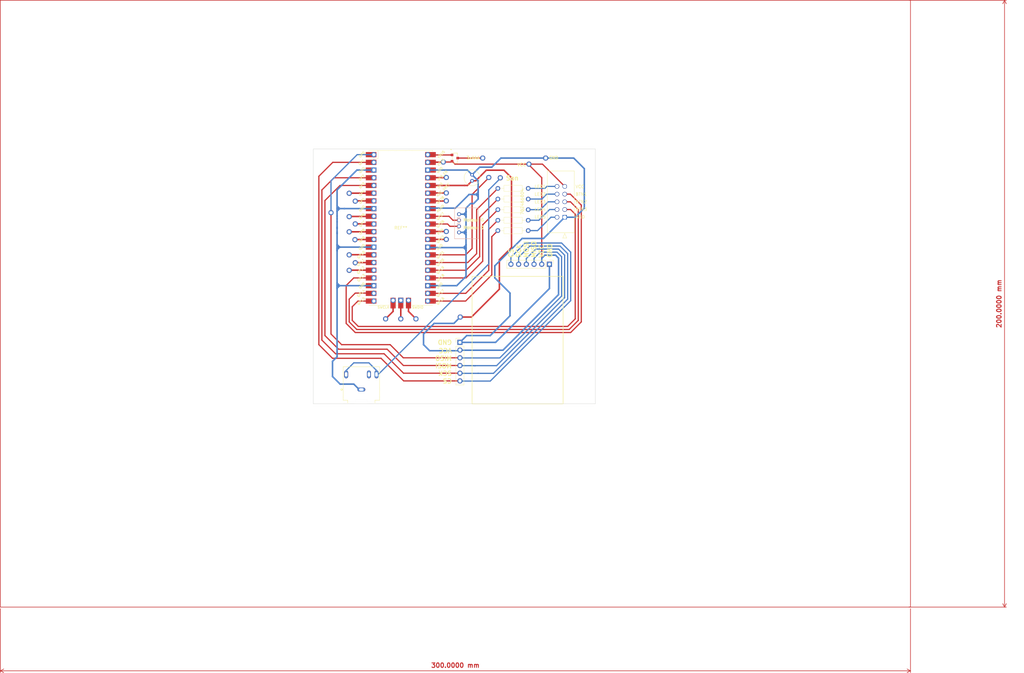
<source format=kicad_pcb>
(kicad_pcb (version 20240108) (generator "pcbnew") (generator_version "8.0")
  (layers (0 "F.Cu" signal) (31 "B.Cu" signal) (34 "B.Paste" user) (35 "F.Paste" user) (36 "B.SilkS" user "B.Silkscreen") (37 "F.SilkS" user "F.Silkscreen") (38 "B.Mask" user) (39 "F.Mask" user) (44 "Edge.Cuts" user))
  (net 0 "")
  (net 1 "GND")
  (net 2 "3V3")
  (net 3 "VCC")
  (footprint "" (layer "F.Cu") (at 315 163.6)
    (property "Reference" "")
    (property "Value" "")
  )
  (footprint "" (layer "F.Cu") (at 361 158.4)
    (property "Reference" "")
    (property "Value" "")
  )
  (footprint "Connector_PinHeader_2.54mm:PinHeader_1x06_P2.54mm_Vertical" (layer "F.Cu") (at 351.5 212.75)
    (property "Reference" "REF**" (hide yes))
    (property "Value" "PinHeader_1x06_P2.54mm_Vertical")
  )
  (footprint "MCU_RaspberryPi_and_Boards:Res" (layer "F.Cu") (at 370 172)
    (property "Reference" "REF**" (hide yes))
    (property "Value" "Res" (hide yes))
  )
  (footprint "" (layer "F.Cu") (at 315 183.9)
    (property "Reference" "")
    (property "Value" "")
  )
  (footprint "" (layer "F.Cu") (at 316.9 178.9)
    (property "Reference" "")
    (property "Value" "")
  )
  (footprint "Library_Perso:pad 1mm" (layer "F.Cu") (at 347 178.8)
    (property "Reference" "REF**" (hide yes))
    (property "Value" "pad 1mm" (hide yes))
  )
  (footprint "" (layer "F.Cu") (at 315 171.3)
    (property "Reference" "")
    (property "Value" "")
  )
  (footprint "" (layer "F.Cu") (at 337 205)
    (property "Reference" "")
    (property "Value" "")
  )
  (footprint "" (layer "F.Cu") (at 309 170)
    (property "Reference" "")
    (property "Value" "")
  )
  (footprint "" (layer "F.Cu") (at 315 189)
    (property "Reference" "")
    (property "Value" "")
  )
  (footprint "" (layer "F.Cu") (at 347 166.1)
    (property "Reference" "")
    (property "Value" "")
  )
  (footprint "" (layer "F.Cu") (at 317 166.2)
    (property "Reference" "")
    (property "Value" "")
  )
  (footprint "Connector_PinHeader_2.54mm:PinHeader_1x06_P2.54mm_Vertical" (layer "F.Cu") (at 381 187 -90)
    (property "Reference" "REF**" (hide yes))
    (property "Value" "PinHeader_1x06_P2.54mm_Vertical")
  )
  (footprint "" (layer "F.Cu") (at 327 205)
    (property "Reference" "")
    (property "Value" "")
  )
  (footprint "Capacitor_THT:C_Radial_D5.0mm_H5.0mm_P2.00mm" (layer "F.Cu") (at 355.5 159.5 90)
    (property "Reference" "REF**" (hide yes))
    (property "Value" "C_Radial_D5.0mm_H5.0mm_P2.00mm")
  )
  (footprint "" (layer "F.Cu") (at 374.25 154)
    (property "Reference" "")
    (property "Value" "")
  )
  (footprint "" (layer "F.Cu") (at 359 152)
    (property "Reference" "")
    (property "Value" "")
  )
  (footprint "" (layer "F.Cu") (at 332 205)
    (property "Reference" "")
    (property "Value" "")
  )
  (footprint "" (layer "F.Cu") (at 351.6 204.4)
    (property "Reference" "")
    (property "Value" "")
  )
  (footprint "MCU_RaspberryPi_and_Boards:Res" (layer "F.Cu") (at 370 182.5)
    (property "Reference" "REF**" (hide yes))
    (property "Value" "Res" (hide yes))
  )
  (footprint "" (layer "F.Cu") (at 317 173.7)
    (property "Reference" "")
    (property "Value" "")
  )
  (footprint "MCU_RaspberryPi_and_Boards:CON_702461004_MOL" (layer "F.Cu") (at 386.04 171.5 90)
    (property "Reference" "REF**" (hide yes))
    (property "Value" "CON_702461004_MOL" (hide yes))
  )
  (footprint "" (layer "F.Cu") (at 346 153.3)
    (property "Reference" "")
    (property "Value" "")
  )
  (footprint "" (layer "F.Cu") (at 315 176.3)
    (property "Reference" "")
    (property "Value" "")
  )
  (footprint "" (layer "F.Cu") (at 347 176.2)
    (property "Reference" "")
    (property "Value" "")
  )
  (footprint "MCU_RaspberryPi_and_Boards:CUI_SJ1-3524NG" (layer "F.Cu") (at 319 228.3 90)
    (property "Reference" "REF**" (hide yes))
    (property "Value" "CUI_SJ1-3524NG")
    (fp_line (start -4.5 -6) (end -4.5 -2) (stroke (width 0.01)) (layer "Edge.Cuts"))
    (fp_line (start -3.3 -2) (end -3.3 2) (stroke (width 0.01)) (layer "Edge.Cuts"))
    (fp_line (start -4.5 -2) (end -3.3 -2) (stroke (width 0.01)) (layer "Edge.Cuts"))
    (fp_line (start -3.3 2) (end -4.5 2) (stroke (width 0.01)) (layer "Edge.Cuts"))
    (fp_line (start -4.5 2) (end -4.5 6) (stroke (width 0.01)) (layer "Edge.Cuts"))
  )
  (footprint "" (layer "F.Cu") (at 347 158.4)
    (property "Reference" "")
    (property "Value" "")
  )
  (footprint "MCU_RaspberryPi_and_Boards:Res" (layer "F.Cu") (at 370 175.5)
    (property "Reference" "REF**" (hide yes))
    (property "Value" "Res" (hide yes))
  )
  (footprint "MCU_RaspberryPi_and_Boards:Res" (layer "F.Cu") (at 370 179)
    (property "Reference" "REF**" (hide yes))
    (property "Value" "Res" (hide yes))
  )
  (footprint "" (layer "F.Cu") (at 364.8 158.5)
    (property "Reference" "")
    (property "Value" "")
  )
  (footprint "MCU_RaspberryPi_and_Boards:SOT-23_DIO" (layer "F.Cu") (at 349.83 152 -90)
    (property "Reference" "REF**" (hide yes))
    (property "Value" "SOT-23_DIO")
  )
  (footprint "MCU_RaspberryPi_and_Boards:Res" (layer "F.Cu") (at 370 185.9)
    (property "Reference" "REF**" (hide yes))
    (property "Value" "Res" (hide yes))
  )
  (footprint "" (layer "F.Cu") (at 347 163.5)
    (property "Reference" "")
    (property "Value" "")
  )
  (footprint "" (layer "F.Cu") (at 317 186.5)
    (property "Reference" "")
    (property "Value" "")
  )
  (footprint "MCU_RaspberryPi_and_Boards:RPi_Pico_SMD_TH" (layer "F.Cu") (at 332 175)
    (property "Reference" "REF**")
    (property "Value" "RPi_Pico_SMD_TH")
  )
  (footprint "MCU_RaspberryPi_and_Boards:CONN_S4B-PH-K-S_JST" (layer "B.Cu") (at 351.2 170.5 -90)
    (property "Reference" "REF**")
    (property "Value" "CONN_S4B-PH-K-S_JST")
  )
  (gr_rect (start 200 100) (end 500 300) (stroke (width 0.2)) (fill none) (layer "F.Cu"))
  (gr_rect (start 355.5 191) (end 385.5 233) (stroke (width 0.2)) (fill none) (layer "F.SilkS"))
  (gr_rect (start 303.15 149) (end 396.15 233) (stroke (width 0.1)) (fill none) (layer "Edge.Cuts"))
  (gr_text "BTN1" (at 389.5 164.5 0) (layer "F.SilkS") (effects (font (size 1 1)) (justify left bottom)))
  (gr_text "SCK" (at 349 222 180) (layer "F.SilkS") (effects (font (size 1.5 1.5) (thickness 0.3) (bold yes)) (justify left bottom)))
  (gr_text "3xAAA" (at 353.5 152.5 0) (layer "F.SilkS") (effects (font (size 1 1) (thickness 0.2) (bold yes)) (justify left bottom)))
  (gr_text "VCC" (at 370.25 154.75 0) (layer "F.SilkS") (effects (font (size 1 1) (thickness 0.2) (bold yes)) (justify left bottom)))
  (gr_text "Son" (at 366.5 159.5 0) (layer "F.SilkS") (effects (font (size 1.5 1.5) (thickness 0.3) (bold yes)) (justify left bottom)))
  (gr_text "MISO" (at 376.75 185 90) (layer "F.SilkS") (effects (font (size 1.5 1.5) (thickness 0.3) (bold yes)) (justify left bottom)))
  (gr_text "GND" (at 349 211.75 180) (layer "F.SilkS") (effects (font (size 1.5 1.5) (thickness 0.3) (bold yes)) (justify left bottom)))
  (gr_text "CS" (at 349 224.5 180) (layer "F.SilkS") (effects (font (size 1.5 1.5) (thickness 0.3) (bold yes)) (justify left bottom)))
  (gr_text "VCC" (at 389.5 162 0) (layer "F.SilkS") (effects (font (size 1 1)) (justify left bottom)))
  (gr_text "GND" (at 382 185 90) (layer "F.SilkS") (effects (font (size 1.5 1.5) (thickness 0.3) (bold yes)) (justify left bottom)))
  (gr_text "GND" (at 389.5 172 0) (layer "F.SilkS") (effects (font (size 1 1)) (justify left bottom)))
  (gr_text "LED1" (at 376 162 0) (layer "F.SilkS") (effects (font (size 1 1)) (justify left bottom)))
  (gr_text "LED5" (at 376 172 0) (layer "F.SilkS") (effects (font (size 1 1)) (justify left bottom)))
  (gr_text "LED4" (at 376 169.5 0) (layer "F.SilkS") (effects (font (size 1 1)) (justify left bottom)))
  (gr_text "VCC" (at 349 214.5 180) (layer "F.SilkS") (effects (font (size 1.5 1.5) (thickness 0.3) (bold yes)) (justify left bottom)))
  (gr_text "MOSI" (at 374.25 185 90) (layer "F.SilkS") (effects (font (size 1.5 1.5) (thickness 0.3) (bold yes)) (justify left bottom)))
  (gr_text "VCC" (at 379.25 185 90) (layer "F.SilkS") (effects (font (size 1.5 1.5) (thickness 0.3) (bold yes)) (justify left bottom)))
  (gr_text "MOSI" (at 349 219.5 180) (layer "F.SilkS") (effects (font (size 1.5 1.5) (thickness 0.3) (bold yes)) (justify left bottom)))
  (gr_text "LED2" (at 376 164.5 0) (layer "F.SilkS") (effects (font (size 1 1)) (justify left bottom)))
  (gr_text "BTN3" (at 389.5 169.5 0) (layer "F.SilkS") (effects (font (size 1 1)) (justify left bottom)))
  (gr_text "Moteur D" (at 352.5 175.5 0) (layer "F.SilkS") (effects (font (size 1 1) (thickness 0.2) (bold yes)) (justify left bottom)))
  (gr_text "CS" (at 369.25 185 90) (layer "F.SilkS") (effects (font (size 1.5 1.5) (thickness 0.3) (bold yes)) (justify left bottom)))
  (gr_text "LED3" (at 376 167 0) (layer "F.SilkS") (effects (font (size 1 1)) (justify left bottom)))
  (gr_text "BTN2" (at 389.5 167 0) (layer "F.SilkS") (effects (font (size 1 1)) (justify left bottom)))
  (gr_text "GND" (at 380.75 152.5 0) (layer "F.SilkS") (effects (font (size 1 1) (thickness 0.2) (bold yes)) (justify left bottom)))
  (gr_text "MISO" (at 349 217 180) (layer "F.SilkS") (effects (font (size 1.5 1.5) (thickness 0.3) (bold yes)) (justify left bottom)))
  (gr_text "Moteur G" (at 352.5 173 0) (layer "F.SilkS") (effects (font (size 1 1) (thickness 0.2) (bold yes)) (justify left bottom)))
  (gr_text "SCK" (at 371.75 185 90) (layer "F.SilkS") (effects (font (size 1.5 1.5) (thickness 0.3) (bold yes)) (justify left bottom)))
  (dimension (type aligned) (layer "F.Cu") (pts (xy 500 300) (xy 200 300)) (height -21) (gr_text "300.0000 mm" (at 350 319.2 0) (layer "F.Cu") (effects (font (size 1.5 1.5) (thickness 0.3)))) (format (prefix "") (suffix "") (units 3) (units_format 1) (precision 4)) (style (thickness 0.2) (arrow_length 1.27) (text_position_mode 0) (extension_height 0.58642) (extension_offset 0.5) keep_text_aligned))
  (dimension (type aligned) (layer "F.Cu") (pts (xy 499 100) (xy 499 300)) (height -32) (gr_text "200.0000 mm" (at 529.2 200 90) (layer "F.Cu") (effects (font (size 1.5 1.5) (thickness 0.3)))) (format (prefix "") (suffix "") (units 3) (units_format 1) (precision 4)) (style (thickness 0.2) (arrow_length 1.27) (text_position_mode 0) (extension_height 0.58642) (extension_offset 0.5) keep_text_aligned))
  (segment (start 340.89 199.13) (end 353.37 199.13) (width 0.4) (layer "F.Cu") (net 0))
  (segment (start 314 206.5) (end 314 194) (width 0.4) (layer "F.Cu") (net 0))
  (segment (start 319.5 163.6) (end 323.08 163.6) (width 0.5) (layer "F.Cu") (net 0))
  (segment (start 358 184.5) (end 358 171.5) (width 0.4) (layer "F.Cu") (net 0))
  (segment (start 347.43 173.73) (end 340.89 173.73) (width 0.4) (layer "F.Cu") (net 0))
  (segment (start 323.11 176.27) (end 323.08 176.3) (width 0.5) (layer "F.Cu") (net 0))
  (segment (start 310.01 158.49) (end 323.11 158.49) (width 0.4) (layer "F.Cu") (net 0))
  (segment (start 317.87 199.13) (end 323.11 199.13) (width 0.4) (layer "F.Cu") (net 0))
  (segment (start 332 198.9) (end 332 205) (width 0.5) (layer "F.Cu") (net 0))
  (segment (start 311.97 161.03) (end 323.11 161.03) (width 0.4) (layer "F.Cu") (net 0))
  (segment (start 346.95 158.45) (end 347 158.4) (width 0.5) (layer "F.Cu") (net 0))
  (segment (start 387.96 168.96) (end 389.5 170.5) (width 0.4) (layer "F.Cu") (net 0))
  (segment (start 323.09 188.95) (end 323.11 188.97) (width 0.5) (layer "F.Cu") (net 0))
  (segment (start 357 169) (end 364 162) (width 0.4) (layer "F.Cu") (net 0))
  (segment (start 327.5 215) (end 311.5 215) (width 0.4) (layer "F.Cu") (net 0))
  (segment (start 314 194) (end 316.49 191.51) (width 0.4) (layer "F.Cu") (net 0))
  (segment (start 340.89 196.59) (end 353.41 196.59) (width 0.4) (layer "F.Cu") (net 0))
  (segment (start 357 183.5) (end 357 169) (width 0.4) (layer "F.Cu") (net 0))
  (segment (start 387 207.5) (end 318 207.5) (width 0.4) (layer "F.Cu") (net 0))
  (segment (start 316.95 178.85) (end 316.9 178.9) (width 0.5) (layer "F.Cu") (net 0))
  (segment (start 362 190.5) (end 362 177.9) (width 0.4) (layer "F.Cu") (net 0))
  (segment (start 323.11 171.19) (end 323.05 171.25) (width 0.5) (layer "F.Cu") (net 0))
  (segment (start 312.5 213.5) (end 328.5 213.5) (width 0.4) (layer "F.Cu") (net 0))
  (segment (start 348.1951 174.4951) (end 347.43 173.73) (width 0.4) (layer "F.Cu") (net 0))
  (segment (start 315.05 183.85) (end 323.07 183.85) (width 0.5) (layer "F.Cu") (net 0))
  (segment (start 388 209.5) (end 317 209.5) (width 0.4) (layer "F.Cu") (net 0))
  (segment (start 353.49 191.51) (end 359 186) (width 0.4) (layer "F.Cu") (net 0))
  (segment (start 305 213.5) (end 305 158) (width 0.4) (layer "F.Cu") (net 0))
  (segment (start 317.5 208.5) (end 315 206) (width 0.4) (layer "F.Cu") (net 0))
  (segment (start 353.37 199.13) (end 362 190.5) (width 0.4) (layer "F.Cu") (net 0))
  (segment (start 340.89 191.51) (end 353.49 191.51) (width 0.4) (layer "F.Cu") (net 0))
  (segment (start 340.89 158.49) (end 340.93 158.45) (width 0.5) (layer "F.Cu") (net 0))
  (segment (start 323.08 163.6) (end 323.11 163.57) (width 0.5) (layer "F.Cu") (net 0))
  (segment (start 340.89 163.57) (end 340.96 163.5) (width 0.5) (layer "F.Cu") (net 0))
  (segment (start 315 189) (end 315.05 188.95) (width 0.5) (layer "F.Cu") (net 0))
  (segment (start 334.54 202.54) (end 337 205) (width 0.5) (layer "F.Cu") (net 0))
  (segment (start 315 206) (end 315 198.5) (width 0.4) (layer "F.Cu") (net 0))
  (segment (start 315 184) (end 315 183.9) (width 0.5) (layer "F.Cu") (net 0))
  (segment (start 309 210) (end 312.5 213.5) (width 0.4) (layer "F.Cu") (net 0))
  (segment (start 353.41 196.59) (end 361 189) (width 0.4) (layer "F.Cu") (net 0))
  (segment (start 323.09 186.45) (end 317.05 186.45) (width 0.5) (layer "F.Cu") (net 0))
  (segment (start 340.96 176.2) (end 346.81 176.2) (width 0.5) (layer "F.Cu") (net 0))
  (segment (start 390.5 169) (end 390.5 205.5) (width 0.4) (layer "F.Cu") (net 0))
  (segment (start 350.775 152) (end 359 152) (width 0.4) (layer "F.Cu") (net 0))
  (segment (start 310.5 216.5) (end 306 212) (width 0.4) (layer "F.Cu") (net 0))
  (segment (start 387.5 208.5) (end 317.5 208.5) (width 0.4) (layer "F.Cu") (net 0))
  (segment (start 340.89 176.27) (end 340.96 176.2) (width 0.5) (layer "F.Cu") (net 0))
  (segment (start 323.08 176.3) (end 315 176.3) (width 0.5) (layer "F.Cu") (net 0))
  (segment (start 351.5 222.91) (end 332.91 222.91) (width 0.4) (layer "F.Cu") (net 0))
  (segment (start 326.5 216.5) (end 310.5 216.5) (width 0.4) (layer "F.Cu") (net 0))
  (segment (start 309.5 218) (end 305 213.5) (width 0.4) (layer "F.Cu") (net 0))
  (segment (start 390.5 205.5) (end 387.5 208.5) (width 0.4) (layer "F.Cu") (net 0))
  (segment (start 311.5 215) (end 307 210.5) (width 0.4) (layer "F.Cu") (net 0))
  (segment (start 329.46 202.54) (end 329.46 198.9) (width 0.5) (layer "F.Cu") (net 0))
  (segment (start 307 166) (end 311.97 161.03) (width 0.4) (layer "F.Cu") (net 0))
  (segment (start 387.88 163.88) (end 391.5 167.5) (width 0.4) (layer "F.Cu") (net 0))
  (segment (start 306 212) (end 306 162.5) (width 0.4) (layer "F.Cu") (net 0))
  (segment (start 332.91 222.91) (end 326.5 216.5) (width 0.4) (layer "F.Cu") (net 0))
  (segment (start 323.11 163.57) (end 315.03 163.57) (width 0.5) (layer "F.Cu") (net 0))
  (segment (start 358 171.5) (end 364 165.5) (width 0.4) (layer "F.Cu") (net 0))
  (segment (start 332.83 217.83) (end 351.5 217.83) (width 0.4) (layer "F.Cu") (net 0))
  (segment (start 327 205) (end 329.46 202.54) (width 0.5) (layer "F.Cu") (net 0))
  (segment (start 306 162.5) (end 310.01 158.49) (width 0.4) (layer "F.Cu") (net 0))
  (segment (start 325.5 218) (end 309.5 218) (width 0.4) (layer "F.Cu") (net 0))
  (segment (start 315 183.9) (end 315.05 183.85) (width 0.5) (layer "F.Cu") (net 0))
  (segment (start 362 177.9) (end 364 175.9) (width 0.4) (layer "F.Cu") (net 0))
  (segment (start 389.5 205) (end 387 207.5) (width 0.4) (layer "F.Cu") (net 0))
  (segment (start 315.03 163.57) (end 315 163.6) (width 0.5) (layer "F.Cu") (net 0))
  (segment (start 359 174) (end 364 169) (width 0.4) (layer "F.Cu") (net 0))
  (segment (start 340.89 166.11) (end 340.93 166.15) (width 0.5) (layer "F.Cu") (net 0))
  (segment (start 307 210.5) (end 307 166) (width 0.4) (layer "F.Cu") (net 0))
  (segment (start 317 196.5) (end 323.02 196.5) (width 0.4) (layer "F.Cu") (net 0))
  (segment (start 340.995001 150.975001) (end 348.885001 150.975001) (width 0.4) (layer "F.Cu") (net 0))
  (segment (start 323.07 178.85) (end 316.95 178.85) (width 0.5) (layer "F.Cu") (net 0))
  (segment (start 315.05 188.95) (end 323.09 188.95) (width 0.5) (layer "F.Cu") (net 0))
  (segment (start 317.05 186.45) (end 317.1 186.4) (width 0.5) (layer "F.Cu") (net 0))
  (segment (start 315.05 171.25) (end 315 171.2) (width 0.5) (layer "F.Cu") (net 0))
  (segment (start 323.07 183.85) (end 323.11 183.89) (width 0.5) (layer "F.Cu") (net 0))
  (segment (start 349.195099 172.495099) (end 347.89 171.19) (width 0.4) (layer "F.Cu") (net 0))
  (segment (start 351.5 225.45) (end 332.95 225.45) (width 0.4) (layer "F.Cu") (net 0))
  (segment (start 391.5 167.5) (end 391.5 206) (width 0.4) (layer "F.Cu") (net 0))
  (segment (start 340.93 166.15) (end 346.81 166.15) (width 0.5) (layer "F.Cu") (net 0))
  (segment (start 353.53 188.97) (end 358 184.5) (width 0.4) (layer "F.Cu") (net 0))
  (segment (start 316 201) (end 317.87 199.13) (width 0.4) (layer "F.Cu") (net 0))
  (segment (start 340.96 163.5) (end 346.81 163.5) (width 0.5) (layer "F.Cu") (net 0))
  (segment (start 323.11 173.73) (end 323.08 173.7) (width 0.5) (layer "F.Cu") (net 0))
  (segment (start 323.11 186.43) (end 323.09 186.45) (width 0.5) (layer "F.Cu") (net 0))
  (segment (start 347.89 171.19) (end 340.89 171.19) (width 0.4) (layer "F.Cu") (net 0))
  (segment (start 351.5 220.37) (end 332.87 220.37) (width 0.4) (layer "F.Cu") (net 0))
  (segment (start 386.04 163.88) (end 387.88 163.88) (width 0.4) (layer "F.Cu") (net 0))
  (segment (start 323.05 171.25) (end 315.05 171.25) (width 0.5) (layer "F.Cu") (net 0))
  (segment (start 361 189) (end 361 175.5) (width 0.4) (layer "F.Cu") (net 0))
  (segment (start 318 207.5) (end 316 205.5) (width 0.4) (layer "F.Cu") (net 0))
  (segment (start 328.5 213.5) (end 332.83 217.83) (width 0.4) (layer "F.Cu") (net 0))
  (segment (start 332.87 220.37) (end 327.5 215) (width 0.4) (layer "F.Cu") (net 0))
  (segment (start 351.3826 172.495099) (end 349.195099 172.495099) (width 0.4) (layer "F.Cu") (net 0))
  (segment (start 340.89 186.43) (end 354.07 186.43) (width 0.4) (layer "F.Cu") (net 0))
  (segment (start 315 198.5) (end 317 196.5) (width 0.4) (layer "F.Cu") (net 0))
  (segment (start 387.92 166.42) (end 390.5 169) (width 0.4) (layer "F.Cu") (net 0))
  (segment (start 354.07 186.43) (end 357 183.5) (width 0.4) (layer "F.Cu") (net 0))
  (segment (start 359 186) (end 359 174) (width 0.4) (layer "F.Cu") (net 0))
  (segment (start 340.89 188.97) (end 353.53 188.97) (width 0.4) (layer "F.Cu") (net 0))
  (segment (start 389.5 170.5) (end 389.5 205) (width 0.4) (layer "F.Cu") (net 0))
  (segment (start 386.04 166.42) (end 387.92 166.42) (width 0.4) (layer "F.Cu") (net 0))
  (segment (start 316.49 191.51) (end 323.11 191.51) (width 0.4) (layer "F.Cu") (net 0))
  (segment (start 317 209.5) (end 314 206.5) (width 0.4) (layer "F.Cu") (net 0))
  (segment (start 361 175.5) (end 364 172.5) (width 0.4) (layer "F.Cu") (net 0))
  (segment (start 309.59 153.41) (end 323.11 153.41) (width 0.4) (layer "F.Cu") (net 0))
  (segment (start 309 170) (end 309 210) (width 0.4) (layer "F.Cu") (net 0))
  (segment (start 323.11 166.11) (end 317.09 166.11) (width 0.5) (layer "F.Cu") (net 0))
  (segment (start 340.9 178.8) (end 346.81 178.8) (width 0.5) (layer "F.Cu") (net 0))
  (segment (start 305 158) (end 309.59 153.41) (width 0.4) (layer "F.Cu") (net 0))
  (segment (start 334.54 198.9) (end 334.54 202.54) (width 0.5) (layer "F.Cu") (net 0))
  (segment (start 323.02 196.5) (end 323.11 196.59) (width 0.4) (layer "F.Cu") (net 0))
  (segment (start 340.93 158.45) (end 346.95 158.45) (width 0.5) (layer "F.Cu") (net 0))
  (segment (start 351.3826 174.4951) (end 348.1951 174.4951) (width 0.4) (layer "F.Cu") (net 0))
  (segment (start 323.08 173.7) (end 317 173.7) (width 0.5) (layer "F.Cu") (net 0))
  (segment (start 323.11 178.81) (end 323.07 178.85) (width 0.5) (layer "F.Cu") (net 0))
  (segment (start 391.5 206) (end 388 209.5) (width 0.4) (layer "F.Cu") (net 0))
  (segment (start 340.89 150.87) (end 340.995001 150.975001) (width 0.4) (layer "F.Cu") (net 0))
  (segment (start 317.09 166.11) (end 317 166.2) (width 0.5) (layer "F.Cu") (net 0))
  (segment (start 332.95 225.45) (end 325.5 218) (width 0.4) (layer "F.Cu") (net 0))
  (segment (start 316 205.5) (end 316 201) (width 0.4) (layer "F.Cu") (net 0))
  (segment (start 386.04 168.96) (end 387.96 168.96) (width 0.4) (layer "F.Cu") (net 0))
  (segment (start 340.89 178.81) (end 340.9 178.8) (width 0.5) (layer "F.Cu") (net 0))
  (segment (start 388 183) (end 388 199) (width 0.4) (layer "B.Cu") (net 0))
  (segment (start 387 198.5) (end 362.54 222.96) (width 0.4) (layer "B.Cu") (net 0))
  (segment (start 380.58 166.42) (end 378 169) (width 0.4) (layer "B.Cu") (net 0))
  (segment (start 378 183) (end 383.5 183) (width 0.4) (layer "B.Cu") (net 0))
  (segment (start 383.5 166.42) (end 380.58 166.42) (width 0.4) (layer "B.Cu") (net 0))
  (segment (start 379.5 162) (end 380.16 161.34) (width 0.4) (layer "B.Cu") (net 0))
  (segment (start 385 180) (end 388 183) (width 0.4) (layer "B.Cu") (net 0))
  (segment (start 368.3 184.7) (end 373 180) (width 0.4) (layer "B.Cu") (net 0))
  (segment (start 356.58 220.42) (end 356.5 220.42) (width 0.4) (layer "B.Cu") (net 0))
  (segment (start 356.5 220.42) (end 351.5 220.42) (width 0.4) (layer "B.Cu") (net 0))
  (segment (start 370.84 187) (end 370.84 184.66) (width 0.4) (layer "B.Cu") (net 0))
  (segment (start 361.5 225.5) (end 351.5 225.5) (width 0.4) (layer "B.Cu") (net 0))
  (segment (start 381.5 171.5) (end 377.1 175.9) (width 0.4) (layer "B.Cu") (net 0))
  (segment (start 309 159.5) (end 317.63 150.87) (width 0.4) (layer "B.Cu") (net 0))
  (segment (start 357.5 222.96) (end 351.5 222.96) (width 0.4) (layer "B.Cu") (net 0))
  (segment (start 364.62 217.88) (end 355.2 217.88) (width 0.4) (layer "B.Cu") (net 0))
  (segment (start 317.63 150.87) (end 323.11 150.87) (width 0.4) (layer "B.Cu") (net 0))
  (segment (start 381.04 168.96) (end 377.5 172.5) (width 0.4) (layer "B.Cu") (net 0))
  (segment (start 375.92 187) (end 375.92 185.08) (width 0.4) (layer "B.Cu") (net 0))
  (segment (start 385 184.5) (end 385 197.5) (width 0.4) (layer "B.Cu") (net 0))
  (segment (start 385 197.5) (end 364.62 217.88) (width 0.4) (layer "B.Cu") (net 0))
  (segment (start 373.38 187) (end 373.38 185.12) (width 0.4) (layer "B.Cu") (net 0))
  (segment (start 387 183.5) (end 387 198.5) (width 0.4) (layer "B.Cu") (net 0))
  (segment (start 351.5 217.88) (end 355.5 217.88) (width 0.4) (layer "B.Cu") (net 0))
  (segment (start 309 170) (end 309 159.5) (width 0.4) (layer "B.Cu") (net 0))
  (segment (start 364 175.9) (end 364 175.6) (width 0.4) (layer "B.Cu") (net 0))
  (segment (start 368.3 187) (end 368.3 184.7) (width 0.4) (layer "B.Cu") (net 0))
  (segment (start 380.12 163.88) (end 378.5 165.5) (width 0.4) (layer "B.Cu") (net 0))
  (segment (start 376.5 182) (end 384 182) (width 0.4) (layer "B.Cu") (net 0))
  (segment (start 383.5 183) (end 385 184.5) (width 0.4) (layer "B.Cu") (net 0))
  (segment (start 377.1 175.9) (end 374 175.9) (width 0.4) (layer "B.Cu") (net 0))
  (segment (start 357.54 222.96) (end 357.5 222.96) (width 0.4) (layer "B.Cu") (net 0))
  (segment (start 386 184) (end 386 198) (width 0.4) (layer "B.Cu") (net 0))
  (segment (start 383.5 168.96) (end 381.04 168.96) (width 0.4) (layer "B.Cu") (net 0))
  (segment (start 377.5 172.5) (end 374 172.5) (width 0.4) (layer "B.Cu") (net 0))
  (segment (start 373 180) (end 385 180) (width 0.4) (layer "B.Cu") (net 0))
  (segment (start 374.5 181) (end 384.5 181) (width 0.4) (layer "B.Cu") (net 0))
  (segment (start 370.84 184.66) (end 374.5 181) (width 0.4) (layer "B.Cu") (net 0))
  (segment (start 384.5 181) (end 387 183.5) (width 0.4) (layer "B.Cu") (net 0))
  (segment (start 375.92 185.08) (end 378 183) (width 0.4) (layer "B.Cu") (net 0))
  (segment (start 373.38 185.12) (end 376.5 182) (width 0.4) (layer "B.Cu") (net 0))
  (segment (start 378 169) (end 374 169) (width 0.4) (layer "B.Cu") (net 0))
  (segment (start 380.16 161.34) (end 383.5 161.34) (width 0.4) (layer "B.Cu") (net 0))
  (segment (start 363.58 220.42) (end 356.1 220.42) (width 0.4) (layer "B.Cu") (net 0))
  (segment (start 355.5 217.88) (end 355.62 217.88) (width 0.4) (layer "B.Cu") (net 0))
  (segment (start 386 198) (end 363.58 220.42) (width 0.4) (layer "B.Cu") (net 0))
  (segment (start 374 162) (end 379.5 162) (width 0.4) (layer "B.Cu") (net 0))
  (segment (start 383.5 163.88) (end 380.12 163.88) (width 0.4) (layer "B.Cu") (net 0))
  (segment (start 388 199) (end 361.5 225.5) (width 0.4) (layer "B.Cu") (net 0))
  (segment (start 383.5 171.5) (end 381.5 171.5) (width 0.4) (layer "B.Cu") (net 0))
  (segment (start 362.54 222.96) (end 357.5 222.96) (width 0.4) (layer "B.Cu") (net 0))
  (segment (start 378.5 165.5) (end 374 165.5) (width 0.4) (layer "B.Cu") (net 0))
  (segment (start 384 182) (end 386 184) (width 0.4) (layer "B.Cu") (net 0))
  (via (at 379.75 152) (size 1.7) (drill 1) (layers "F.Cu" "B.Cu") (net 1))
  (segment (start 311 193.2) (end 311 193.7) (width 0.5) (layer "B.Cu") (net 1))
  (segment (start 362 155) (end 358 155) (width 0.5) (layer "B.Cu") (net 1))
  (segment (start 352.795101 170.5) (end 352.8 170.495101) (width 0.5) (layer "B.Cu") (net 1))
  (segment (start 311 182.2) (end 311 182.6) (width 0.5) (layer "B.Cu") (net 1))
  (segment (start 353.5 180.7) (end 353.5 180.6) (width 0.5) (layer "B.Cu") (net 1))
  (segment (start 311.4 168.65) (end 311.15 168.65) (width 0.5) (layer "B.Cu") (net 1))
  (segment (start 351.3826 170.495101) (end 351.204899 170.495101) (width 0.5) (layer "B.Cu") (net 1))
  (segment (start 311.15 168.65) (end 311 168.5) (width 0.5) (layer "B.Cu") (net 1))
  (segment (start 311 181.8) (end 311 182.6) (width 0.5) (layer "B.Cu") (net 1))
  (segment (start 354.5 164) (end 356.5 164) (width 0.5) (layer "B.Cu") (net 1))
  (segment (start 311 180.5) (end 311 180.9) (width 0.5) (layer "B.Cu") (net 1))
  (segment (start 311 194.5) (end 311 194.9) (width 0.5) (layer "B.Cu") (net 1))
  (segment (start 311 194.45) (end 311.4 194.05) (width 0.5) (layer "B.Cu") (net 1))
  (segment (start 361.5 210.5) (end 353.75 210.5) (width 0.5) (layer "B.Cu") (net 1))
  (segment (start 352.704901 176.495099) (end 353.5 175.7) (width 0.5) (layer "B.Cu") (net 1))
  (segment (start 372 178.5) (end 363 187.5) (width 0.5) (layer "B.Cu") (net 1))
  (segment (start 311 181.8) (end 311 181.75) (width 0.5) (layer "B.Cu") (net 1))
  (segment (start 363.25 212.75) (end 351.5 212.75) (width 0.5) (layer "B.Cu") (net 1))
  (segment (start 353.5 169.6) (end 353.5 169.795101) (width 0.5) (layer "B.Cu") (net 1))
  (segment (start 311 162.5) (end 311 168.5) (width 0.5) (layer "B.Cu") (net 1))
  (segment (start 352.8 170.495101) (end 353.395101 170.495101) (width 0.5) (layer "B.Cu") (net 1))
  (segment (start 311.85 181.35) (end 311 180.5) (width 0.5) (layer "B.Cu") (net 1))
  (segment (start 311 182.6) (end 311 193.2) (width 0.5) (layer "B.Cu") (net 1))
  (segment (start 353.15 181.5) (end 353.4 181.5) (width 0.5) (layer "B.Cu") (net 1))
  (segment (start 357.5 164.5) (end 357.5 164) (width 0.5) (layer "B.Cu") (net 1))
  (segment (start 356 167) (end 357.5 165.5) (width 0.5) (layer "B.Cu") (net 1))
  (segment (start 311.05 193.7) (end 311.4 194.05) (width 0.5) (layer "B.Cu") (net 1))
  (segment (start 392.5 168.5) (end 389.5 171.5) (width 0.5) (layer "B.Cu") (net 1))
  (segment (start 311.8 194.05) (end 311.4 194.05) (width 0.5) (layer "B.Cu") (net 1))
  (segment (start 352.6 176.495099) (end 353.495099 176.495099) (width 0.5) (layer "B.Cu") (net 1))
  (segment (start 351.2 176.499998) (end 352.700002 176.499998) (width 0.25) (layer "B.Cu") (net 1))
  (segment (start 352.8 170.5) (end 353.5 171.2) (width 0.5) (layer "B.Cu") (net 1))
  (segment (start 311 171.1) (end 311 172) (width 0.5) (layer "B.Cu") (net 1))
  (segment (start 353.5 181.8) (end 353.5 181.25) (width 0.5) (layer "B.Cu") (net 1))
  (segment (start 311 194.9) (end 311 216) (width 0.5) (layer "B.Cu") (net 1))
  (segment (start 379.75 152) (end 365 152) (width 0.5) (layer "B.Cu") (net 1))
  (segment (start 352.7 181.5) (end 353.15 181.5) (width 0.5) (layer "B.Cu") (net 1))
  (segment (start 356.5 164) (end 357 164) (width 0.5) (layer "B.Cu") (net 1))
  (segment (start 357.5 163) (end 357.5 159.5) (width 0.5) (layer "B.Cu") (net 1))
  (segment (start 353.395101 170.495101) (end 353.5 170.6) (width 0.25) (layer "B.Cu") (net 1))
  (segment (start 357.5 164.5) (end 357.5 164.4) (width 0.5) (layer "B.Cu") (net 1))
  (segment (start 357 164) (end 357.5 164) (width 0.5) (layer "B.Cu") (net 1))
  (segment (start 352.6 176.495099) (end 352.704901 176.495099) (width 0.5) (layer "B.Cu") (net 1))
  (segment (start 340.89 181.35) (end 341.04 181.5) (width 0.5) (layer "B.Cu") (net 1))
  (segment (start 352.700002 176.499998) (end 352.704901 176.495099) (width 0.25) (layer "B.Cu") (net 1))
  (segment (start 353.5 175.7) (end 353.5 171.2) (width 0.5) (layer "B.Cu") (net 1))
  (segment (start 341.04 181.5) (end 352.7 181.5) (width 0.5) (layer "B.Cu") (net 1))
  (segment (start 357 164) (end 357.1 164) (width 0.5) (layer "B.Cu") (net 1))
  (segment (start 353.5 191) (end 353.5 182.5) (width 0.5) (layer "B.Cu") (net 1))
  (segment (start 312.1 181.35) (end 311.4 181.35) (width 0.5) (layer "B.Cu") (net 1))
  (segment (start 353.5 182.5) (end 353.5 181.8) (width 0.5) (layer "B.Cu") (net 1))
  (segment (start 313.5 168.65) (end 313.35 168.65) (width 0.5) (layer "B.Cu") (net 1))
  (segment (start 357.5 163) (end 357.5 163.3) (width 0.5) (layer "B.Cu") (net 1))
  (segment (start 353.05 181.5) (end 353.225 181.5) (width 0.5) (layer "B.Cu") (net 1))
  (segment (start 311 168.5) (end 311 169) (width 0.5) (layer "B.Cu") (net 1))
  (segment (start 352.7 181.5) (end 353.5 182.3) (width 0.5) (layer "B.Cu") (net 1))
  (segment (start 311.85 181.35) (end 311 182.2) (width 0.5) (layer "B.Cu") (net 1))
  (segment (start 368 196.5) (end 368 204) (width 0.5) (layer "B.Cu") (net 1))
  (segment (start 353.5 181.775) (end 353.5 181.8) (width 0.5) (layer "B.Cu") (net 1))
  (segment (start 352.704901 176.495099) (end 352.704901 176.504901) (width 0.5) (layer "B.Cu") (net 1))
  (segment (start 317.55 155.95) (end 311 162.5) (width 0.5) (layer "B.Cu") (net 1))
  (segment (start 381 187) (end 381 195) (width 0.5) (layer "B.Cu") (net 1))
  (segment (start 316.5 226.5) (end 318.5 228.5) (width 0.5) (layer "B.Cu") (net 1))
  (segment (start 357.5 159.5) (end 355.5 157.5) (width 0.5) (layer "B.Cu") (net 1))
  (segment (start 340.89 168.65) (end 341.04 168.5) (width 0.5) (layer "B.Cu") (net 1))
  (segment (start 379.04 178.5) (end 372 178.5) (width 0.5) (layer "B.Cu") (net 1))
  (segment (start 365 152) (end 362 155) (width 0.5) (layer "B.Cu") (net 1))
  (segment (start 368 204) (end 361.5 210.5) (width 0.5) (layer "B.Cu") (net 1))
  (segment (start 353.5 181.25) (end 353.5 180.6) (width 0.5) (layer "B.Cu") (net 1))
  (segment (start 313.35 168.65) (end 311.85 168.65) (width 0.5) (layer "B.Cu") (net 1))
  (segment (start 311 181.5) (end 311 181.8) (width 0.5) (layer "B.Cu") (net 1))
  (segment (start 323.11 181.35) (end 312.1 181.35) (width 0.5) (layer "B.Cu") (net 1))
  (segment (start 311.85 168.65) (end 311 167.8) (width 0.5) (layer "B.Cu") (net 1))
  (segment (start 353.5 176.5) (end 353.5 175.7) (width 0.5) (layer "B.Cu") (net 1))
  (segment (start 353.95 155.95) (end 355.5 157.5) (width 0.5) (layer "B.Cu") (net 1))
  (segment (start 311.4 194.05) (end 311.05 194.05) (width 0.5) (layer "B.Cu") (net 1))
  (segment (start 363 191.5) (end 368 196.5) (width 0.5) (layer "B.Cu") (net 1))
  (segment (start 392.5 155.5) (end 392.5 168.5) (width 0.5) (layer "B.Cu") (net 1))
  (segment (start 311 193.7) (end 311 194) (width 0.5) (layer "B.Cu") (net 1))
  (segment (start 340.89 194.05) (end 350.45 194.05) (width 0.5) (layer "B.Cu") (net 1))
  (segment (start 353.75 210.5) (end 351.5 212.75) (width 0.5) (layer "B.Cu") (net 1))
  (segment (start 353.5 182.3) (end 353.5 182.5) (width 0.5) (layer "B.Cu") (net 1))
  (segment (start 311 180.9) (end 311 180.95) (width 0.5) (layer "B.Cu") (net 1))
  (segment (start 381 195) (end 363.25 212.75) (width 0.5) (layer "B.Cu") (net 1))
  (segment (start 311.05 194.05) (end 311 194) (width 0.5) (layer "B.Cu") (net 1))
  (segment (start 311 217.5) (end 309.5 219) (width 0.5) (layer "B.Cu") (net 1))
  (segment (start 352.8 170.495101) (end 352.8 170.5) (width 0.5) (layer "B.Cu") (net 1))
  (segment (start 311 173) (end 311 175.1) (width 0.5) (layer "B.Cu") (net 1))
  (segment (start 340.89 155.95) (end 353.95 155.95) (width 0.5) (layer "B.Cu") (net 1))
  (segment (start 353.5 171.2) (end 353.5 170.6) (width 0.5) (layer "B.Cu") (net 1))
  (segment (start 357.5 163.3) (end 357.5 164) (width 0.5) (layer "B.Cu") (net 1))
  (segment (start 355 167) (end 356 167) (width 0.5) (layer "B.Cu") (net 1))
  (segment (start 318.5 228.5) (end 319 228.5) (width 0.5) (layer "B.Cu") (net 1))
  (segment (start 311 194) (end 311 194.5) (width 0.5) (layer "B.Cu") (net 1))
  (segment (start 351.204899 170.495101) (end 351.2 170.5) (width 0.5) (layer "B.Cu") (net 1))
  (segment (start 389.5 171.5) (end 386.04 171.5) (width 0.5) (layer "B.Cu") (net 1))
  (segment (start 350 168.5) (end 354.5 164) (width 0.5) (layer "B.Cu") (net 1))
  (segment (start 379.75 152) (end 389 152) (width 0.5) (layer "B.Cu") (net 1))
  (segment (start 311.4 181.35) (end 311.15 181.35) (width 0.5) (layer "B.Cu") (net 1))
  (segment (start 356.8 164) (end 356.5 164) (width 0.5) (layer "B.Cu") (net 1))
  (segment (start 357.5 163.3) (end 356.8 164) (width 0.5) (layer "B.Cu") (net 1))
  (segment (start 357.5 165.5) (end 357.5 164.5) (width 0.5) (layer "B.Cu") (net 1))
  (segment (start 309.5 219) (end 309.5 224) (width 0.5) (layer "B.Cu") (net 1))
  (segment (start 353.5 169.795101) (end 352.8 170.495101) (width 0.5) (layer "B.Cu") (net 1))
  (segment (start 357.5 163) (end 357.5 161.5) (width 0.5) (layer "B.Cu") (net 1))
  (segment (start 351.3826 176.495099) (end 352.6 176.495099) (width 0.5) (layer "B.Cu") (net 1))
  (segment (start 363 187.5) (end 363 191.5) (width 0.5) (layer "B.Cu") (net 1))
  (segment (start 311 180.9) (end 311 181.5) (width 0.5) (layer "B.Cu") (net 1))
  (segment (start 350.45 194.05) (end 353.5 191) (width 0.5) (layer "B.Cu") (net 1))
  (segment (start 311 176.9) (end 311 180.5) (width 0.5) (layer "B.Cu") (net 1))
  (segment (start 311 175.2) (end 311 175.1) (width 0.5) (layer "B.Cu") (net 1))
  (segment (start 352.7 181.5) (end 353.5 180.7) (width 0.5) (layer "B.Cu") (net 1))
  (segment (start 311 172) (end 311 173) (width 0.5) (layer "B.Cu") (net 1))
  (segment (start 353.495099 176.495099) (end 353.5 176.5) (width 0.25) (layer "B.Cu") (net 1))
  (segment (start 311.8 194) (end 311 193.2) (width 0.5) (layer "B.Cu") (net 1))
  (segment (start 341.04 168.5) (end 350 168.5) (width 0.5) (layer "B.Cu") (net 1))
  (segment (start 353.5 168.5) (end 355 167) (width 0.5) (layer "B.Cu") (net 1))
  (segment (start 353.5 170.6) (end 353.5 169.6) (width 0.5) (layer "B.Cu") (net 1))
  (segment (start 309.5 224) (end 312 226.5) (width 0.5) (layer "B.Cu") (net 1))
  (segment (start 386.04 171.5) (end 379.04 178.5) (width 0.5) (layer "B.Cu") (net 1))
  (segment (start 351.2 170.5) (end 352.795101 170.5) (width 0.5) (layer "B.Cu") (net 1))
  (segment (start 353.5 177.3) (end 353.5 176.5) (width 0.5) (layer "B.Cu") (net 1))
  (segment (start 312 226.5) (end 316.5 226.5) (width 0.5) (layer "B.Cu") (net 1))
  (segment (start 357.5 164.7) (end 357.5 165.5) (width 0.5) (layer "B.Cu") (net 1))
  (segment (start 311 169) (end 311 169.5) (width 0.5) (layer "B.Cu") (net 1))
  (segment (start 311 176.3) (end 311 176.9) (width 0.5) (layer "B.Cu") (net 1))
  (segment (start 311 169.5) (end 311 171.1) (width 0.5) (layer "B.Cu") (net 1))
  (segment (start 311 216) (end 311 217.5) (width 0.5) (layer "B.Cu") (net 1))
  (segment (start 323.11 194.05) (end 311.85 194.05) (width 0.5) (layer "B.Cu") (net 1))
  (segment (start 358 155) (end 355.5 157.5) (width 0.5) (layer "B.Cu") (net 1))
  (segment (start 311.85 168.65) (end 311 169.5) (width 0.5) (layer "B.Cu") (net 1))
  (segment (start 323.11 155.95) (end 317.55 155.95) (width 0.5) (layer "B.Cu") (net 1))
  (segment (start 389 152) (end 392.5 155.5) (width 0.5) (layer "B.Cu") (net 1))
  (segment (start 353.15 181.5) (end 353.225 181.5) (width 0.5) (layer "B.Cu") (net 1))
  (segment (start 353.4 181.5) (end 353.5 181.6) (width 0.5) (layer "B.Cu") (net 1))
  (segment (start 353.5 180.6) (end 353.5 177.3) (width 0.5) (layer "B.Cu") (net 1))
  (segment (start 311 174.7) (end 311 176.9) (width 0.5) (layer "B.Cu") (net 1))
  (segment (start 356.8 164) (end 357.5 164.7) (width 0.5) (layer "B.Cu") (net 1))
  (segment (start 352.704901 176.504901) (end 353.5 177.3) (width 0.5) (layer "B.Cu") (net 1))
  (segment (start 311.85 194.05) (end 311.8 194.1) (width 0.5) (layer "B.Cu") (net 1))
  (segment (start 311.8 194.1) (end 311 194.9) (width 0.5) (layer "B.Cu") (net 1))
  (segment (start 323.11 168.65) (end 313.5 168.65) (width 0.5) (layer "B.Cu") (net 1))
  (segment (start 353.5 169.795101) (end 353.5 168.5) (width 0.5) (layer "B.Cu") (net 1))
  (segment (start 355.5 181.78) (end 353.39 183.89) (width 0.4) (layer "F.Cu") (net 2))
  (segment (start 355.5 164) (end 355.5 181.78) (width 0.4) (layer "F.Cu") (net 2))
  (segment (start 361 158.5) (end 355.5 164) (width 0.4) (layer "F.Cu") (net 2))
  (segment (start 353.39 183.89) (end 340.89 183.89) (width 0.4) (layer "F.Cu") (net 2))
  (segment (start 361 162.5) (end 361 186.9) (width 0.4) (layer "B.Cu") (net 2))
  (segment (start 321.5 219.5) (end 316.5 219.5) (width 0.4) (layer "B.Cu") (net 2))
  (segment (start 324 223.1) (end 324 222) (width 0.4) (layer "B.Cu") (net 2))
  (segment (start 365 158.5) (end 361 162.5) (width 0.4) (layer "B.Cu") (net 2))
  (segment (start 361 186.9) (end 324.8 223.1) (width 0.4) (layer "B.Cu") (net 2))
  (segment (start 314 222) (end 314 223.5) (width 0.4) (layer "B.Cu") (net 2))
  (segment (start 324 222) (end 321.5 219.5) (width 0.4) (layer "B.Cu") (net 2))
  (segment (start 324.8 223.1) (end 324 223.1) (width 0.4) (layer "B.Cu") (net 2))
  (segment (start 316.5 219.5) (end 314 222) (width 0.4) (layer "B.Cu") (net 2))
  (segment (start 340.89 161.03) (end 353 161.03) (width 0.5) (layer "F.Cu") (net 3))
  (segment (start 349.860002 154) (end 348.885001 153.024999) (width 0.4) (layer "F.Cu") (net 3))
  (segment (start 378.46 158.46) (end 374.25 154.25) (width 0.4) (layer "F.Cu") (net 3))
  (segment (start 340.95 153.35) (end 345.95 153.35) (width 0.5) (layer "F.Cu") (net 3))
  (segment (start 355.5 159.5) (end 356.7 159.5) (width 0.5) (layer "F.Cu") (net 3))
  (segment (start 368.5 158.5) (end 368.5 181.5) (width 0.5) (layer "F.Cu") (net 3))
  (segment (start 354.5 160.5) (end 355.5 159.5) (width 0.5) (layer "F.Cu") (net 3))
  (segment (start 368.5 181.5) (end 364.5 185.5) (width 0.5) (layer "F.Cu") (net 3))
  (segment (start 364.5 185.5) (end 364.5 195.2) (width 0.5) (layer "F.Cu") (net 3))
  (segment (start 356.7 159.5) (end 360.2 156) (width 0.5) (layer "F.Cu") (net 3))
  (segment (start 348.61 153.3) (end 348.885001 153.024999) (width 0.25) (layer "F.Cu") (net 3))
  (segment (start 374.25 154.25) (end 374.25 154) (width 0.4) (layer "F.Cu") (net 3))
  (segment (start 340.89 153.41) (end 340.95 153.35) (width 0.5) (layer "F.Cu") (net 3))
  (segment (start 374.25 154) (end 349.860002 154) (width 0.4) (layer "F.Cu") (net 3))
  (segment (start 355.3 204.4) (end 351.6 204.4) (width 0.5) (layer "F.Cu") (net 3))
  (segment (start 378.46 187) (end 378.46 158.46) (width 0.4) (layer "F.Cu") (net 3))
  (segment (start 364.5 195.2) (end 355.3 204.4) (width 0.5) (layer "F.Cu") (net 3))
  (segment (start 353.97 161.03) (end 354.5 160.5) (width 0.5) (layer "F.Cu") (net 3))
  (segment (start 378.7 154) (end 374.25 154) (width 0.4) (layer "F.Cu") (net 3))
  (segment (start 353 161.03) (end 353.97 161.03) (width 0.5) (layer "F.Cu") (net 3))
  (segment (start 346 153.3) (end 348.61 153.3) (width 0.4) (layer "F.Cu") (net 3))
  (segment (start 366 156) (end 368.5 158.5) (width 0.5) (layer "F.Cu") (net 3))
  (segment (start 386.04 161.34) (end 378.7 154) (width 0.4) (layer "F.Cu") (net 3))
  (segment (start 360.2 156) (end 366 156) (width 0.5) (layer "F.Cu") (net 3))
  (segment (start 383 184) (end 384 185) (width 0.5) (layer "B.Cu") (net 3))
  (segment (start 351.29 215.5) (end 351.5 215.29) (width 0.5) (layer "B.Cu") (net 3))
  (segment (start 339.5 210) (end 339.5 213.5) (width 0.5) (layer "B.Cu") (net 3))
  (segment (start 365.66 215.34) (end 351.5 215.34) (width 0.5) (layer "B.Cu") (net 3))
  (segment (start 343 206.5) (end 339.5 210) (width 0.5) (layer "B.Cu") (net 3))
  (segment (start 351.6 204.4) (end 349.5 206.5) (width 0.5) (layer "B.Cu") (net 3))
  (segment (start 349.5 206.5) (end 343 206.5) (width 0.5) (layer "B.Cu") (net 3))
  (segment (start 341.5 215.5) (end 351.29 215.5) (width 0.5) (layer "B.Cu") (net 3))
  (segment (start 378.46 185.04) (end 379.5 184) (width 0.5) (layer "B.Cu") (net 3))
  (segment (start 384 185) (end 384 197) (width 0.5) (layer "B.Cu") (net 3))
  (segment (start 339.5 213.5) (end 341.5 215.5) (width 0.5) (layer "B.Cu") (net 3))
  (segment (start 379.5 184) (end 383 184) (width 0.5) (layer "B.Cu") (net 3))
  (segment (start 384 197) (end 365.66 215.34) (width 0.5) (layer "B.Cu") (net 3))
  (segment (start 378.46 187) (end 378.46 185.04) (width 0.5) (layer "B.Cu") (net 3))
)
</source>
